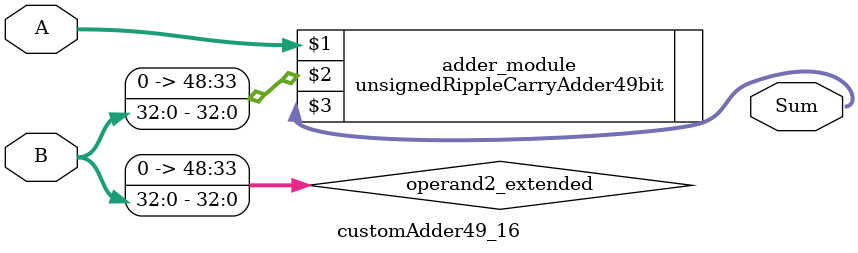
<source format=v>
module customAdder49_16(
                        input [48 : 0] A,
                        input [32 : 0] B,
                        
                        output [49 : 0] Sum
                );

        wire [48 : 0] operand2_extended;
        
        assign operand2_extended =  {16'b0, B};
        
        unsignedRippleCarryAdder49bit adder_module(
            A,
            operand2_extended,
            Sum
        );
        
        endmodule
        
</source>
